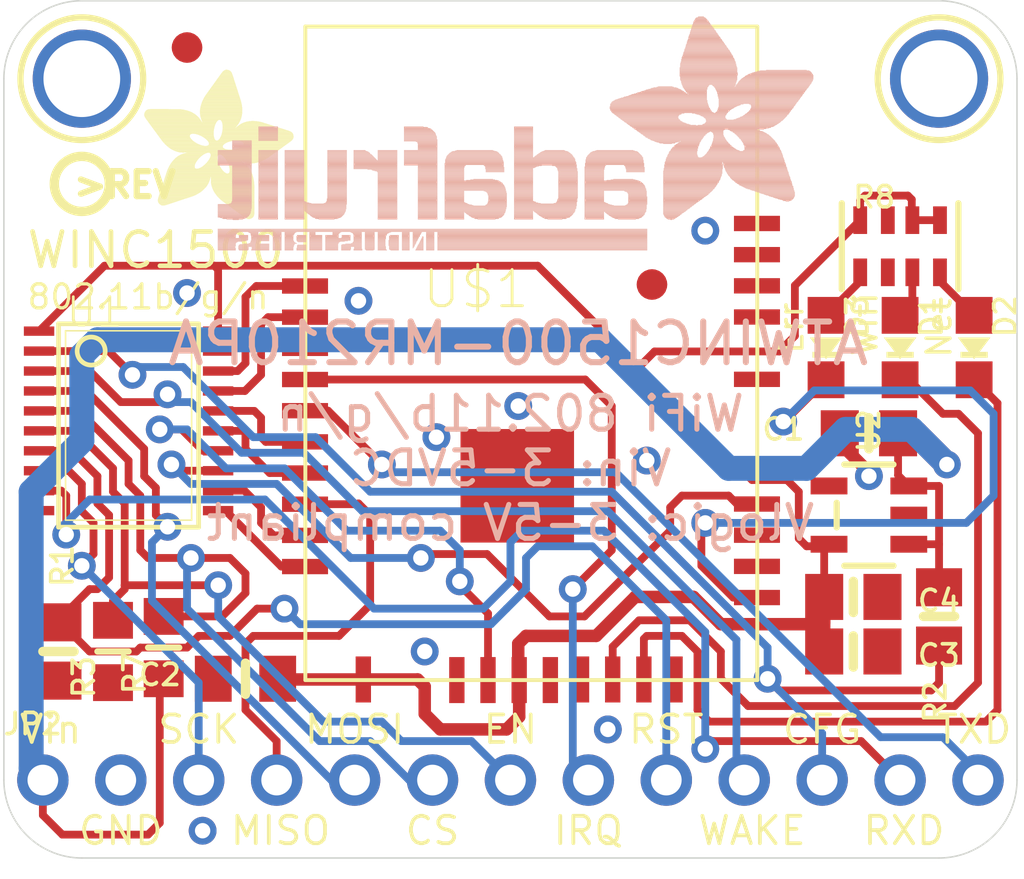
<source format=kicad_pcb>
(kicad_pcb (version 20211014) (generator pcbnew)
  (layers (0 "F.Cu" signal) (31 "B.Cu" signal) (34 "B.Paste" user) (35 "F.Paste" user) (36 "B.SilkS" user "B.Silkscreen") (37 "F.SilkS" user "F.Silkscreen") (38 "B.Mask" user) (39 "F.Mask" user) (44 "Edge.Cuts" user))
  (net 0 "")
  (net 1 "GND")
  (net 2 "MOSI_3V")
  (net 3 "CS_3V")
  (net 4 "SCK_3V")
  (net 5 "RXD_3V")
  (net 6 "RST_3V")
  (net 7 "+3V3")
  (net 8 "TXD")
  (net 9 "~{IRQ}")
  (net 10 "MISO")
  (net 11 "EN_3V")
  (net 12 "EN_5V")
  (net 13 "MOSI_5V")
  (net 14 "CS_5V")
  (net 15 "SCK_5V")
  (net 16 "RXD_5V")
  (net 17 "RST_5V")
  (net 18 "CFG_3V")
  (net 19 "WAKE_3V")
  (net 20 "CFG_5V")
  (net 21 "WAKE_5V")
  (net 22 "+5V")
  (net 23 "GPIO15")
  (net 24 "GPIO16")
  (net 25 "GPIO18")
  (net 26 "N$4")
  (net 27 "N$5")
  (net 28 "N$6")
  (footprint "boardEagle:0805-NO" (layer "F.Cu") (at 159.6771 112.2426)
    (fp_text reference "C3" (at 2.032 0.127) (layer "F.SilkS") (effects (font (size 0.692831 0.692831) (thickness 0.119969)) (justify left)))
    (fp_text value "10uF")
    (pad "1" smd rect (at -0.95 0) (size 1.24 1.5) (layers "F.Cu" "F.Paste" "F.Mask") (net 7 "+3V3"))
    (pad "2" smd rect (at 0.95 0) (size 1.24 1.5) (layers "F.Cu" "F.Paste" "F.Mask") (net 1 "GND"))
  )
  (footprint "boardEagle:1X13_ROUND_70" (layer "F.Cu") (at 148.5011 116.4336)
    (fp_text reference "JP2" (at -16.5862 -1.8288) (layer "F.SilkS") (effects (font (size 0.692831 0.692831) (thickness 0.119969)) (justify left)))
    (fp_text value "")
    (pad "1" thru_hole circle (at -15.24 0 90) (size 1.6764 1.6764) (drill 1) (layers *.Cu *.Mask) (net 22 "+5V"))
    (pad "2" thru_hole circle (at -12.7 0 90) (size 1.6764 1.6764) (drill 1) (layers *.Cu *.Mask) (net 1 "GND"))
    (pad "3" thru_hole circle (at -10.16 0 90) (size 1.6764 1.6764) (drill 1) (layers *.Cu *.Mask) (net 15 "SCK_5V"))
    (pad "4" thru_hole circle (at -7.62 0 90) (size 1.6764 1.6764) (drill 1) (layers *.Cu *.Mask) (net 10 "MISO"))
    (pad "5" thru_hole circle (at -5.08 0 90) (size 1.6764 1.6764) (drill 1) (layers *.Cu *.Mask) (net 13 "MOSI_5V"))
    (pad "6" thru_hole circle (at -2.54 0 90) (size 1.6764 1.6764) (drill 1) (layers *.Cu *.Mask) (net 14 "CS_5V"))
    (pad "7" thru_hole circle (at 0 0 90) (size 1.6764 1.6764) (drill 1) (layers *.Cu *.Mask) (net 12 "EN_5V"))
    (pad "8" thru_hole circle (at 2.54 0 90) (size 1.6764 1.6764) (drill 1) (layers *.Cu *.Mask) (net 9 "~{IRQ}"))
    (pad "9" thru_hole circle (at 5.08 0 90) (size 1.6764 1.6764) (drill 1) (layers *.Cu *.Mask) (net 17 "RST_5V"))
    (pad "10" thru_hole circle (at 7.62 0 90) (size 1.6764 1.6764) (drill 1) (layers *.Cu *.Mask) (net 21 "WAKE_5V"))
    (pad "11" thru_hole circle (at 10.16 0 90) (size 1.6764 1.6764) (drill 1) (layers *.Cu *.Mask) (net 20 "CFG_5V"))
    (pad "12" thru_hole circle (at 12.7 0 90) (size 1.6764 1.6764) (drill 1) (layers *.Cu *.Mask) (net 16 "RXD_5V"))
    (pad "13" thru_hole circle (at 15.24 0 90) (size 1.6764 1.6764) (drill 1) (layers *.Cu *.Mask) (net 8 "TXD"))
  )
  (footprint "boardEagle:MOUNTINGHOLE_2.5_PLATED" (layer "F.Cu") (at 134.5311 93.5736)
    (fp_text reference "U$2" hide)
    (fp_text value "MOUNTINGHOLE2.5" hide)
    (pad "P$1" thru_hole circle (at 0 0) (size 3.2 3.2) (drill 2.5) (layers *.Cu *.Mask))
  )
  (footprint "boardEagle:_0805MP" (layer "F.Cu") (at 137.1981 112.1156 90)
    (fp_text reference "R7" (at -1.5875 -0.9525 90) (layer "F.SilkS") (effects (font (size 0.692831 0.692831) (thickness 0.119969)) (justify left)))
    (fp_text value "100K")
    (pad "1" smd rect (at -1.016 0 90) (size 1.2 1.3) (layers "F.Cu" "F.Paste" "F.Mask") (net 22 "+5V"))
    (pad "2" smd rect (at 1.016 0 90) (size 1.2 1.3) (layers "F.Cu" "F.Paste" "F.Mask") (net 14 "CS_5V"))
  )
  (footprint "boardEagle:CHIPLED_0805_NOOUTLINE" (layer "F.Cu") (at 161.2011 102.3366 180)
    (fp_text reference "D1" (at -1.016 1.778 90) (layer "F.SilkS") (effects (font (size 0.692831 0.692831) (thickness 0.119969)) (justify right)))
    (fp_text value "green")
    (pad "A" smd rect (at 0 1.05 180) (size 1.2 1.2) (layers "F.Cu" "F.Paste" "F.Mask") (net 28 "N$6"))
    (pad "C" smd rect (at 0 -1.05 180) (size 1.2 1.2) (layers "F.Cu" "F.Paste" "F.Mask") (net 23 "GPIO15"))
  )
  (footprint "boardEagle:CHIPLED_0805_NOOUTLINE" (layer "F.Cu") (at 158.7881 102.3366 180)
    (fp_text reference "D3" (at -1.016 1.778 90) (layer "F.SilkS") (effects (font (size 0.692831 0.692831) (thickness 0.119969)) (justify right)))
    (fp_text value "Red")
    (pad "A" smd rect (at 0 1.05 180) (size 1.2 1.2) (layers "F.Cu" "F.Paste" "F.Mask") (net 26 "N$4"))
    (pad "C" smd rect (at 0 -1.05 180) (size 1.2 1.2) (layers "F.Cu" "F.Paste" "F.Mask") (net 25 "GPIO18"))
  )
  (footprint "boardEagle:RESPACK_4X0603" (layer "F.Cu") (at 161.2011 99.0346)
    (fp_text reference "R8" (at -1.6 -1.6) (layer "F.SilkS") (effects (font (size 0.692831 0.692831) (thickness 0.119969)) (justify left)))
    (fp_text value "1K")
    (pad "1" smd rect (at -1.3 0.85) (size 0.45 0.9) (layers "F.Cu" "F.Paste" "F.Mask") (net 26 "N$4"))
    (pad "2" smd rect (at -0.4 0.85) (size 0.45 0.9) (layers "F.Cu" "F.Paste" "F.Mask"))
    (pad "3" smd rect (at 0.4 0.85) (size 0.45 0.9) (layers "F.Cu" "F.Paste" "F.Mask") (net 28 "N$6"))
    (pad "4" smd rect (at 1.3 0.85) (size 0.45 0.9) (layers "F.Cu" "F.Paste" "F.Mask") (net 27 "N$5"))
    (pad "5" smd rect (at 1.3 -0.85) (size 0.45 0.9) (layers "F.Cu" "F.Paste" "F.Mask") (net 7 "+3V3"))
    (pad "6" smd rect (at 0.4 -0.85) (size 0.45 0.9) (layers "F.Cu" "F.Paste" "F.Mask") (net 7 "+3V3"))
    (pad "7" smd rect (at -0.4 -0.85) (size 0.45 0.9) (layers "F.Cu" "F.Paste" "F.Mask"))
    (pad "8" smd rect (at -1.3 -0.85) (size 0.45 0.9) (layers "F.Cu" "F.Paste" "F.Mask") (net 7 "+3V3"))
  )
  (footprint "boardEagle:_0805MP" (layer "F.Cu") (at 135.5471 112.2426 90)
    (fp_text reference "R3" (at -1.5875 -0.9525 90) (layer "F.SilkS") (effects (font (size 0.692831 0.692831) (thickness 0.119969)) (justify left)))
    (fp_text value "100K")
    (pad "1" smd rect (at -1.016 0 90) (size 1.2 1.3) (layers "F.Cu" "F.Paste" "F.Mask") (net 1 "GND"))
    (pad "2" smd rect (at 1.016 0 90) (size 1.2 1.3) (layers "F.Cu" "F.Paste" "F.Mask") (net 12 "EN_5V"))
  )
  (footprint "boardEagle:TSSOP20" (layer "F.Cu") (at 136.0551 104.8766 -90)
    (fp_text reference "U1" (at -3.6956 2.0828) (layer "F.SilkS") (effects (font (size 0.92456 0.92456) (thickness 0.09144)) (justify left)))
    (fp_text value "74LVC245")
    (pad "1" smd rect (at -3.075 2.9178 270) (size 0.3048 0.9906) (layers "F.Cu" "F.Paste" "F.Mask") (net 7 "+3V3"))
    (pad "2" smd rect (at -2.425 2.9178 270) (size 0.3048 0.9906) (layers "F.Cu" "F.Paste" "F.Mask") (net 20 "CFG_5V"))
    (pad "3" smd rect (at -1.775 2.9178 270) (size 0.3048 0.9906) (layers "F.Cu" "F.Paste" "F.Mask") (net 21 "WAKE_5V"))
    (pad "4" smd rect (at -1.125 2.9178 270) (size 0.3048 0.9906) (layers "F.Cu" "F.Paste" "F.Mask") (net 13 "MOSI_5V"))
    (pad "5" smd rect (at -0.475 2.9178 270) (size 0.3048 0.9906) (layers "F.Cu" "F.Paste" "F.Mask") (net 14 "CS_5V"))
    (pad "6" smd rect (at 0.175 2.9178 270) (size 0.3048 0.9906) (layers "F.Cu" "F.Paste" "F.Mask") (net 12 "EN_5V"))
    (pad "7" smd rect (at 0.825 2.9178 270) (size 0.3048 0.9906) (layers "F.Cu" "F.Paste" "F.Mask") (net 17 "RST_5V"))
    (pad "8" smd rect (at 1.475 2.9178 270) (size 0.3048 0.9906) (layers "F.Cu" "F.Paste" "F.Mask") (net 15 "SCK_5V"))
    (pad "9" smd rect (at 2.125 2.9178 270) (size 0.3048 0.9906) (layers "F.Cu" "F.Paste" "F.Mask") (net 16 "RXD_5V"))
    (pad "10" smd rect (at 2.775 2.9178 270) (size 0.3048 0.9906) (layers "F.Cu" "F.Paste" "F.Mask") (net 1 "GND"))
    (pad "11" smd rect (at 2.775 -2.9178 270) (size 0.3048 0.9906) (layers "F.Cu" "F.Paste" "F.Mask") (net 5 "RXD_3V"))
    (pad "12" smd rect (at 2.125 -2.9178 270) (size 0.3048 0.9906) (layers "F.Cu" "F.Paste" "F.Mask") (net 4 "SCK_3V"))
    (pad "13" smd rect (at 1.475 -2.9178 270) (size 0.3048 0.9906) (layers "F.Cu" "F.Paste" "F.Mask") (net 6 "RST_3V"))
    (pad "14" smd rect (at 0.825 -2.9178 270) (size 0.3048 0.9906) (layers "F.Cu" "F.Paste" "F.Mask") (net 11 "EN_3V"))
    (pad "15" smd rect (at 0.175 -2.9178 270) (size 0.3048 0.9906) (layers "F.Cu" "F.Paste" "F.Mask") (net 3 "CS_3V"))
    (pad "16" smd rect (at -0.475 -2.9178 270) (size 0.3048 0.9906) (layers "F.Cu" "F.Paste" "F.Mask") (net 2 "MOSI_3V"))
    (pad "17" smd rect (at -1.125 -2.9178 270) (size 0.3048 0.9906) (layers "F.Cu" "F.Paste" "F.Mask") (net 19 "WAKE_3V"))
    (pad "18" smd rect (at -1.775 -2.9178 270) (size 0.3048 0.9906) (layers "F.Cu" "F.Paste" "F.Mask") (net 18 "CFG_3V"))
    (pad "19" smd rect (at -2.425 -2.9178 270) (size 0.3048 0.9906) (layers "F.Cu" "F.Paste" "F.Mask") (net 1 "GND"))
    (pad "20" smd rect (at -3.075 -2.9178 270) (size 0.3048 0.9906) (layers "F.Cu" "F.Paste" "F.Mask") (net 7 "+3V3"))
  )
  (footprint "boardEagle:ATWINC1500_MR210PA" (layer "F.Cu") (at 149.3901 105.5116)
    (fp_text reference "U$1" (at -3.81 -5.08) (layer "F.SilkS") (effects (font (size 1.176528 1.176528) (thickness 0.093472)) (justify left)))
    (fp_text value "ATWINC1500_MR210PB")
    (pad "J1" smd rect (at 7.146 4.973) (size 1.5 0.5) (layers "F.Cu" "F.Paste" "F.Mask") (net 25 "GPIO18"))
    (pad "J2" smd rect (at 7.146 3.957) (size 1.5 0.5) (layers "F.Cu" "F.Paste" "F.Mask"))
    (pad "J3" smd rect (at 7.146 2.941) (size 1.5 0.5) (layers "F.Cu" "F.Paste" "F.Mask"))
    (pad "J4" smd rect (at 7.146 1.925) (size 1.5 0.5) (layers "F.Cu" "F.Paste" "F.Mask") (net 6 "RST_3V"))
    (pad "J5" smd rect (at 7.146 -2.139) (size 1.5 0.5) (layers "F.Cu" "F.Paste" "F.Mask"))
    (pad "J6" smd rect (at 7.146 -4.171) (size 1.5 0.5) (layers "F.Cu" "F.Paste" "F.Mask"))
    (pad "J7" smd rect (at 7.146 -5.187) (size 1.5 0.5) (layers "F.Cu" "F.Paste" "F.Mask"))
    (pad "J8" smd rect (at 7.146 -6.203) (size 1.5 0.5) (layers "F.Cu" "F.Paste" "F.Mask"))
    (pad "J9" smd rect (at 7.146 -7.219) (size 1.5 0.5) (layers "F.Cu" "F.Paste" "F.Mask") (net 1 "GND"))
    (pad "J10" smd rect (at -7.584 -5.181 180) (size 1.5 0.5) (layers "F.Cu" "F.Paste" "F.Mask") (net 18 "CFG_3V"))
    (pad "J11" smd rect (at -7.584 -4.165 180) (size 1.5 0.5) (layers "F.Cu" "F.Paste" "F.Mask") (net 19 "WAKE_3V"))
    (pad "J12" smd rect (at -7.584 -3.149 180) (size 1.5 0.5) (layers "F.Cu" "F.Paste" "F.Mask") (net 1 "GND"))
    (pad "J13" smd rect (at -7.584 -2.133 180) (size 1.5 0.5) (layers "F.Cu" "F.Paste" "F.Mask") (net 9 "~{IRQ}"))
    (pad "J14" smd rect (at -7.584 -1.117 180) (size 1.5 0.5) (layers "F.Cu" "F.Paste" "F.Mask") (net 8 "TXD"))
    (pad "J15" smd rect (at -7.584 -0.101 180) (size 1.5 0.5) (layers "F.Cu" "F.Paste" "F.Mask") (net 2 "MOSI_3V"))
    (pad "J16" smd rect (at -7.584 0.915 180) (size 1.5 0.5) (layers "F.Cu" "F.Paste" "F.Mask") (net 3 "CS_3V"))
    (pad "J17" smd rect (at -7.584 1.931 180) (size 1.5 0.5) (layers "F.Cu" "F.Paste" "F.Mask") (net 10 "MISO"))
    (pad "J18" smd rect (at -7.584 2.947 180) (size 1.5 0.5) (layers "F.Cu" "F.Paste" "F.Mask") (net 4 "SCK_3V"))
    (pad "J19" smd rect (at -7.584 3.963 180) (size 1.5 0.5) (layers "F.Cu" "F.Paste" "F.Mask") (net 5 "RXD_3V"))
    (pad "J20" smd rect (at -5.684 7.643 90) (size 1.5 0.5) (layers "F.Cu" "F.Paste" "F.Mask") (net 7 "+3V3"))
    (pad "J21" smd rect (at -2.636 7.663 90) (size 1.5 0.5) (layers "F.Cu" "F.Paste" "F.Mask"))
    (pad "J22" smd rect (at -1.62 7.663 90) (size 1.5 0.5) (layers "F.Cu" "F.Paste" "F.Mask") (net 11 "EN_3V"))
    (pad "J23" smd rect (at -0.604 7.663 90) (size 1.5 0.5) (layers "F.Cu" "F.Paste" "F.Mask") (net 7 "+3V3"))
    (pad "J24" smd rect (at 0.412 7.663 90) (size 1.5 0.5) (layers "F.Cu" "F.Paste" "F.Mask"))
    (pad "J25" smd rect (at 1.428 7.643 90) (size 1.5 0.5) (layers "F.Cu" "F.Paste" "F.Mask"))
    (pad "J26" smd rect (at 2.444 7.643 90) (size 1.5 0.5) (layers "F.Cu" "F.Paste" "F.Mask") (net 23 "GPIO15"))
    (pad "J27" smd rect (at 3.46 7.643 90) (size 1.5 0.5) (layers "F.Cu" "F.Paste" "F.Mask") (net 24 "GPIO16"))
    (pad "J28" smd rect (at 4.476 7.643 90) (size 1.5 0.5) (layers "F.Cu" "F.Paste" "F.Mask") (net 1 "GND"))
    (pad "MTGND" smd rect (at -0.666 1.331 90) (size 3.7 3.7) (layers "F.Cu" "F.Paste" "F.Mask") (net 1 "GND"))
  )
  (footprint "boardEagle:0805-NO" (layer "F.Cu") (at 133.7691 112.2426 90)
    (fp_text reference "R1" (at 2.032 0.127 90) (layer "F.SilkS") (effects (font (size 0.692831 0.692831) (thickness 0.119969)) (justify left)))
    (fp_text value "100K")
    (pad "1" smd rect (at -0.95 0 90) (size 1.24 1.5) (layers "F.Cu" "F.Paste" "F.Mask") (net 1 "GND"))
    (pad "2" smd rect (at 0.95 0 90) (size 1.24 1.5) (layers "F.Cu" "F.Paste" "F.Mask") (net 17 "RST_5V"))
  )
  (footprint "boardEagle:MOUNTINGHOLE_2.5_PLATED" (layer "F.Cu") (at 162.4711 93.5736)
    (fp_text reference "U$3" hide)
    (fp_text value "MOUNTINGHOLE2.5" hide)
    (pad "P$1" thru_hole circle (at 0 0) (size 3.2 3.2) (drill 2.5) (layers *.Cu *.Mask))
  )
  (footprint "boardEagle:FIDUCIAL_1MM" (layer "F.Cu") (at 153.1141 100.2816)
    (fp_text reference "FID2" hide)
    (fp_text value "FIDUCIAL\"\"" hide)
    (pad "1" smd roundrect (at 0 0) (size 1 1) (layers "F.Cu" "F.Mask") (roundrect_rratio 0.5))
  )
  (footprint "boardEagle:PCBFEAT-REV-040" (layer "F.Cu") (at 134.5311 97.0026)
    (fp_text reference "U$5" hide)
    (fp_text value "" hide)
    (fp_text user ">REV" (at -0.3556 0.508) (layer "F.SilkS") (effects (font (size 0.8128 0.8128) (thickness 0.2032)) (justify left bottom)))
  )
  (footprint "boardEagle:ADAFRUIT_5MM" (layer "F.Cu") (at 136.5631 98.1456)
    (fp_text reference "U$4" hide)
    (fp_text value "" hide)
  )
  (footprint "boardEagle:CHIPLED_0805_NOOUTLINE" (layer "F.Cu") (at 163.6141 102.3366 180)
    (fp_text reference "D2" (at -1.016 1.778 90) (layer "F.SilkS") (effects (font (size 0.692831 0.692831) (thickness 0.119969)) (justify right)))
    (fp_text value "Yellow")
    (pad "A" smd rect (at 0 1.05 180) (size 1.2 1.2) (layers "F.Cu" "F.Paste" "F.Mask") (net 27 "N$5"))
    (pad "C" smd rect (at 0 -1.05 180) (size 1.2 1.2) (layers "F.Cu" "F.Paste" "F.Mask") (net 24 "GPIO16"))
  )
  (footprint "boardEagle:0805_10MGAP" (layer "F.Cu") (at 139.8651 113.1316 180)
    (fp_text reference "C2" (at 2.032 0.127) (layer "F.SilkS") (effects (font (size 0.692831 0.692831) (thickness 0.119969)) (justify right)))
    (fp_text value "10uF")
    (pad "1" smd rect (at -1.05 0 180) (size 1.2 1.5) (layers "F.Cu" "F.Paste" "F.Mask") (net 7 "+3V3"))
    (pad "2" smd rect (at 1.05 0 180) (size 1.2 1.5) (layers "F.Cu" "F.Paste" "F.Mask") (net 1 "GND"))
  )
  (footprint "boardEagle:0805-NO" (layer "F.Cu") (at 159.6771 110.4646)
    (fp_text reference "C4" (at 2.032 0.127) (layer "F.SilkS") (effects (font (size 0.692831 0.692831) (thickness 0.119969)) (justify left)))
    (fp_text value "0.1uF")
    (pad "1" smd rect (at -0.95 0) (size 1.24 1.5) (layers "F.Cu" "F.Paste" "F.Mask") (net 7 "+3V3"))
    (pad "2" smd rect (at 0.95 0) (size 1.24 1.5) (layers "F.Cu" "F.Paste" "F.Mask") (net 1 "GND"))
  )
  (footprint "boardEagle:0805-NO" (layer "F.Cu") (at 162.4711 111.0996 -90)
    (fp_text reference "R2" (at 2.032 0.127 90) (layer "F.SilkS") (effects (font (size 0.692831 0.692831) (thickness 0.119969)) (justify right)))
    (fp_text value "100K")
    (pad "1" smd rect (at -0.95 0 270) (size 1.24 1.5) (layers "F.Cu" "F.Paste" "F.Mask") (net 22 "+5V"))
    (pad "2" smd rect (at 0.95 0 270) (size 1.24 1.5) (layers "F.Cu" "F.Paste" "F.Mask") (net 20 "CFG_5V"))
  )
  (footprint "boardEagle:0805-NO" (layer "F.Cu") (at 160.1851 105.1306 180)
    (fp_text reference "C1" (at 2.032 0.127) (layer "F.SilkS") (effects (font (size 0.692831 0.692831) (thickness 0.119969)) (justify right)))
    (fp_text value "10uF")
    (pad "1" smd rect (at -0.95 0 180) (size 1.24 1.5) (layers "F.Cu" "F.Paste" "F.Mask") (net 22 "+5V"))
    (pad "2" smd rect (at 0.95 0 180) (size 1.24 1.5) (layers "F.Cu" "F.Paste" "F.Mask") (net 1 "GND"))
  )
  (footprint "boardEagle:FIDUCIAL_1MM" (layer "F.Cu") (at 137.9601 92.5576)
    (fp_text reference "FID1" hide)
    (fp_text value "FIDUCIAL\"\"" hide)
    (pad "1" smd roundrect (at 0 0) (size 1 1) (layers "F.Cu" "F.Mask") (roundrect_rratio 0.5))
  )
  (footprint "boardEagle:SOT23-5" (layer "F.Cu") (at 160.1851 107.7976 90)
    (fp_text reference "U2" (at 1.978 0 90) (layer "F.SilkS") (effects (font (size 0.692831 0.692831) (thickness 0.119969)) (justify left)))
    (fp_text value "AP2112-3.3")
    (pad "1" smd rect (at -0.95 1.3001 90) (size 0.55 1.2) (layers "F.Cu" "F.Paste" "F.Mask") (net 22 "+5V"))
    (pad "2" smd rect (at 0 1.3001 90) (size 0.55 1.2) (layers "F.Cu" "F.Paste" "F.Mask") (net 1 "GND"))
    (pad "3" smd rect (at 0.95 1.3001 90) (size 0.55 1.2) (layers "F.Cu" "F.Paste" "F.Mask") (net 22 "+5V"))
    (pad "4" smd rect (at 0.95 -1.3001 90) (size 0.55 1.2) (layers "F.Cu" "F.Paste" "F.Mask"))
    (pad "5" smd rect (at -0.95 -1.3001 90) (size 0.55 1.2) (layers "F.Cu" "F.Paste" "F.Mask") (net 7 "+3V3"))
  )
  (footprint "boardEagle:ADAFRUIT_TEXT_20MM" (layer "B.Cu") (at 158.5341 99.1616 180)
    (fp_text reference "U$6" hide)
    (fp_text value "" hide)
  )
  (gr_arc (start 134.5311 118.9736) (mid 132.735049 118.229651) (end 131.9911 116.4336) (layer "Edge.Cuts") (width 0.05))
  (gr_line (start 165.0111 93.5736) (end 165.0111 116.4336) (layer "Edge.Cuts") (width 0.05))
  (gr_line (start 131.9911 116.4336) (end 131.9911 93.5736) (layer "Edge.Cuts") (width 0.05))
  (gr_arc (start 165.0111 116.4336) (mid 164.267151 118.229651) (end 162.4711 118.9736) (layer "Edge.Cuts") (width 0.05))
  (gr_arc (start 131.9911 93.5736) (mid 132.735049 91.777549) (end 134.5311 91.0336) (layer "Edge.Cuts") (width 0.05))
  (gr_line (start 162.4711 118.9736) (end 134.5311 118.9736) (layer "Edge.Cuts") (width 0.05))
  (gr_line (start 134.5311 91.0336) (end 162.4711 91.0336) (layer "Edge.Cuts") (width 0.05))
  (gr_arc (start 162.4711 91.0336) (mid 164.267151 91.777549) (end 165.0111 93.5736) (layer "Edge.Cuts") (width 0.05))
  (gr_text "ATWINC1500-MR210PA" (at 148.7551 102.2096) (layer "B.SilkS") (effects (font (size 1.32588 1.32588) (thickness 0.19812)) (justify mirror)))
  (gr_text "WiFi 802.11b/g/n\nVin: 3-5VDC\nVlogic: 3-5V compliant" (at 148.5011 106.2736) (layer "B.SilkS") (effects (font (size 1.1049 1.1049) (thickness 0.1651)) (justify mirror)))
  (gr_text "WINC1500" (at 136.9441 99.1616) (layer "F.SilkS") (effects (font (size 1.1176 1.1176) (thickness 0.1524))))
  (gr_text "Err" (at 157.6451 101.7016 90) (layer "F.SilkS") (effects (font (size 0.77343 0.77343) (thickness 0.11557))))
  (gr_text "802.11b/g/n" (at 136.6901 100.6856) (layer "F.SilkS") (effects (font (size 0.78232 0.78232) (thickness 0.10668))))
  (gr_text "RXD" (at 161.3281 118.0846) (layer "F.SilkS") (effects (font (size 0.89408 0.89408) (thickness 0.12192))))
  (gr_text "CFG" (at 158.6611 114.7826) (layer "F.SilkS") (effects (font (size 0.89408 0.89408) (thickness 0.12192))))
  (gr_text "TXD" (at 163.6141 114.7826) (layer "F.SilkS") (effects (font (size 0.89408 0.89408) (thickness 0.12192))))
  (gr_text "WAKE" (at 156.3751 118.0846) (layer "F.SilkS") (effects (font (size 0.89408 0.89408) (thickness 0.12192))))
  (gr_text "IRQ" (at 151.0411 118.0846) (layer "F.SilkS") (effects (font (size 0.89408 0.89408) (thickness 0.12192))))
  (gr_text "EN" (at 148.5011 114.7826) (layer "F.SilkS") (effects (font (size 0.89408 0.89408) (thickness 0.12192))))
  (gr_text "Wifi" (at 160.0581 101.5746 90) (layer "F.SilkS") (effects (font (size 0.77343 0.77343) (thickness 0.11557))))
  (gr_text "MOSI" (at 143.4211 114.7826) (layer "F.SilkS") (effects (font (size 0.89408 0.89408) (thickness 0.12192))))
  (gr_text "Net" (at 162.4711 101.7016 90) (layer "F.SilkS") (effects (font (size 0.77343 0.77343) (thickness 0.11557))))
  (gr_text "RST" (at 153.5811 114.7826) (layer "F.SilkS") (effects (font (size 0.89408 0.89408) (thickness 0.12192))))
  (gr_text "Vin" (at 133.5151 114.7826) (layer "F.SilkS") (effects (font (size 0.89408 0.89408) (thickness 0.12192))))
  (gr_text "MISO" (at 141.0081 118.0846) (layer "F.SilkS") (effects (font (size 0.89408 0.89408) (thickness 0.12192))))
  (gr_text "GND" (at 135.8011 118.0846) (layer "F.SilkS") (effects (font (size 0.89408 0.89408) (thickness 0.12192))))
  (gr_text "CS" (at 145.9611 118.0846) (layer "F.SilkS") (effects (font (size 0.89408 0.89408) (thickness 0.12192))))
  (gr_text "SCK" (at 138.3411 114.7826) (layer "F.SilkS") (effects (font (size 0.89408 0.89408) (thickness 0.12192))))
  (segment (start 159.2351 105.1306) (end 159.2351 105.4506) (width 0.4064) (layer "F.Cu") (net 1))
  (segment (start 159.2351 105.4506) (end 160.1851 106.4006) (width 0.4064) (layer "F.Cu") (net 1))
  (via (at 160.1851 106.5276) (size 0.9064) (drill 0.5) (layers "F.Cu" "B.Cu") (net 1))
  (via (at 154.8511 98.5266) (size 0.9064) (drill 0.5) (layers "F.Cu" "B.Cu") (net 1))
  (via (at 143.5481 100.8126) (size 0.9064) (drill 0.5) (layers "F.Cu" "B.Cu") (net 1))
  (via (at 146.0881 105.2576) (size 0.9064) (drill 0.5) (layers "F.Cu" "B.Cu") (net 1))
  (via (at 148.7551 104.2416) (size 0.9064) (drill 0.5) (layers "F.Cu" "B.Cu") (net 1))
  (via (at 152.9461 106.0196) (size 0.9064) (drill 0.5) (layers "F.Cu" "B.Cu") (net 1))
  (via (at 151.6761 114.7826) (size 0.9064) (drill 0.5) (layers "F.Cu" "B.Cu") (net 1))
  (via (at 137.9601 100.5586) (size 0.9064) (drill 0.5) (layers "F.Cu" "B.Cu") (net 1))
  (via (at 145.7071 112.2426) (size 0.9064) (drill 0.5) (layers "F.Cu" "B.Cu") (net 1))
  (via (at 138.4681 118.0846) (size 0.9064) (drill 0.5) (layers "F.Cu" "B.Cu") (net 1))
  (segment (start 140.3731 104.6226) (end 140.3731 105.2576) (width 0.254) (layer "F.Cu") (net 2))
  (segment (start 140.1521 104.4016) (end 138.9729 104.4016) (width 0.254) (layer "F.Cu") (net 2))
  (segment (start 140.1521 104.4016) (end 140.3731 104.6226) (width 0.254) (layer "F.Cu") (net 2))
  (segment (start 140.5261 105.4106) (end 141.8061 105.4106) (width 0.254) (layer "F.Cu") (net 2))
  (segment (start 140.3731 105.2576) (end 140.5261 105.4106) (width 0.254) (layer "F.Cu") (net 2))
  (segment (start 139.7861 105.0516) (end 138.9729 105.0516) (width 0.254) (layer "F.Cu") (net 3))
  (segment (start 140.6531 106.4266) (end 141.8061 106.4266) (width 0.254) (layer "F.Cu") (net 3))
  (segment (start 139.8651 105.1306) (end 139.8651 105.6386) (width 0.254) (layer "F.Cu") (net 3))
  (segment (start 139.8651 105.1306) (end 139.7861 105.0516) (width 0.254) (layer "F.Cu") (net 3))
  (segment (start 139.8651 105.6386) (end 140.6531 106.4266) (width 0.254) (layer "F.Cu") (net 3))
  (segment (start 140.7801 108.4586) (end 141.8061 108.4586) (width 0.254) (layer "F.Cu") (net 4))
  (segment (start 139.8311 107.0016) (end 140.3731 107.5436) (width 0.254) (layer "F.Cu") (net 4))
  (segment (start 140.3731 108.0516) (end 140.7801 108.4586) (width 0.254) (layer "F.Cu") (net 4))
  (segment (start 140.3731 107.5436) (end 140.3731 108.0516) (width 0.254) (layer "F.Cu") (net 4))
  (segment (start 138.9729 107.0016) (end 139.8311 107.0016) (width 0.254) (layer "F.Cu") (net 4))
  (segment (start 139.2111 107.6516) (end 141.0341 109.4746) (width 0.254) (layer "F.Cu") (net 5))
  (segment (start 141.0341 109.4746) (end 141.8061 109.4746) (width 0.254) (layer "F.Cu") (net 5))
  (segment (start 138.9729 107.6516) (end 139.2111 107.6516) (width 0.254) (layer "F.Cu") (net 5))
  (segment (start 155.8871 107.4366) (end 156.5361 107.4366) (width 0.254) (layer "F.Cu") (net 6))
  (segment (start 137.6571 106.3516) (end 137.4521 106.1466) (width 0.254) (layer "F.Cu") (net 6))
  (segment (start 153.7081 107.5436) (end 154.0891 107.1626) (width 0.254) (layer "F.Cu") (net 6))
  (segment (start 147.7391 109.0676) (end 149.7711 111.0996) (width 0.254) (layer "F.Cu") (net 6))
  (segment (start 154.0891 107.1626) (end 155.6131 107.1626) (width 0.254) (layer "F.Cu") (net 6))
  (segment (start 155.6131 107.1626) (end 155.8871 107.4366) (width 0.254) (layer "F.Cu") (net 6))
  (segment (start 153.7081 108.3056) (end 153.7081 107.5436) (width 0.254) (layer "F.Cu") (net 6))
  (segment (start 145.7071 109.0676) (end 145.5801 109.1946) (width 0.254) (layer "F.Cu") (net 6))
  (segment (start 138.9729 106.3516) (end 137.6571 106.3516) (width 0.254) (layer "F.Cu") (net 6))
  (segment (start 150.9141 111.0996) (end 153.7081 108.3056) (width 0.254) (layer "F.Cu") (net 6))
  (segment (start 149.7711 111.0996) (end 150.9141 111.0996) (width 0.254) (layer "F.Cu") (net 6))
  (segment (start 147.7391 109.0676) (end 145.7071 109.0676) (width 0.254) (layer "F.Cu") (net 6))
  (via (at 137.4521 106.1466) (size 0.9064) (drill 0.5) (layers "F.Cu" "B.Cu") (net 6))
  (via (at 145.5801 109.1946) (size 0.9064) (drill 0.5) (layers "F.Cu" "B.Cu") (net 6))
  (segment (start 143.2941 109.1946) (end 145.5801 109.1946) (width 0.254) (layer "B.Cu") (net 6))
  (segment (start 138.0871 106.7816) (end 140.8811 106.7816) (width 0.254) (layer "B.Cu") (net 6))
  (segment (start 140.8811 106.7816) (end 143.2941 109.1946) (width 0.254) (layer "B.Cu") (net 6))
  (segment (start 138.0871 106.7816) (end 137.4521 106.1466) (width 0.254) (layer "B.Cu") (net 6))
  (segment (start 133.1373 101.8016) (end 135.2693 99.6696) (width 0.254) (layer "F.Cu") (net 7))
  (segment (start 157.8991 107.0356) (end 157.8991 108.5596) (width 0.254) (layer "F.Cu") (net 7))
  (segment (start 138.9729 99.7934) (end 138.8491 99.6696) (width 0.254) (layer "F.Cu") (net 7))
  (segment (start 153.2001 102.4636) (end 152.6921 102.9716) (width 0.254) (layer "F.Cu") (net 7))
  (segment (start 158.819 108.8136) (end 158.885 108.7476) (width 0.254) (layer "F.Cu") (net 7))
  (segment (start 161.4551 97.3836) (end 160.0581 97.3836) (width 0.254) (layer "F.Cu") (net 7))
  (segment (start 154.4701 110.4646) (end 155.3591 111.3536) (width 0.4064) (layer "F.Cu") (net 7))
  (segment (start 151.2951 111.7346) (end 152.5651 110.4646) (width 0.4064) (layer "F.Cu") (net 7))
  (segment (start 158.6611 111.3536) (end 158.7271 111.2876) (width 0.4064) (layer "F.Cu") (net 7))
  (segment (start 140.9151 113.1316) (end 140.9381 113.1546) (width 0.4064) (layer "F.Cu") (net 7))
  (segment (start 145.7071 113.3856) (end 145.7071 114.2746) (width 0.4064) (layer "F.Cu") (net 7))
  (segment (start 146.2151 114.7826) (end 148.3741 114.7826) (width 0.4064) (layer "F.Cu") (net 7))
  (segment (start 159.9011 98.1846) (end 157.7721 100.3136) (width 0.254) (layer "F.Cu") (net 7))
  (segment (start 148.7861 114.3706) (end 148.3741 114.7826) (width 0.4064) (layer "F.Cu") (net 7))
  (segment (start 148.7861 114.3706) (end 148.7861 113.1746) (width 0.4064) (layer "F.Cu") (net 7))
  (segment (start 156.3751 106.6546) (end 157.5181 106.6546) (width 0.254) (layer "F.Cu") (net 7))
  (segment (start 157.7721 100.3136) (end 157.7721 101.9556) (width 0.254) (layer "F.Cu") (net 7))
  (segment (start 161.6011 98.1846) (end 161.5821 98.1656) (width 0.254) (layer "F.Cu") (net 7))
  (segment (start 138.9729 101.8016) (end 138.9729 99.7934) (width 0.254) (layer "F.Cu") (net 7))
  (segment (start 155.3591 111.3536) (end 158.6611 111.3536) (width 0.4064) (layer "F.Cu") (net 7))
  (segment (start 158.7271 112.2426) (end 158.7271 110.4646) (width 0.4064) (layer "F.Cu") (net 7))
  (segment (start 148.7551 111.9886) (end 148.7551 113.1436) (width 0.4064) (layer "F.Cu") (net 7))
  (segment (start 151.2951 111.7346) (end 149.0091 111.7346) (width 0.4064) (layer "F.Cu") (net 7))
  (segment (start 140.9381 113.1546) (end 143.7061 113.1546) (width 0.4064) (layer "F.Cu") (net 7))
  (segment (start 157.5181 106.6546) (end 157.8991 107.0356) (width 0.254) (layer "F.Cu") (net 7))
  (segment (start 152.5651 110.4646) (end 154.4701 110.4646) (width 0.4064) (layer "F.Cu") (net 7))
  (segment (start 145.4761 113.1546) (end 143.7061 113.1546) (width 0.4064) (layer "F.Cu") (net 7))
  (segment (start 162.5011 98.1846) (end 161.6011 98.1846) (width 0.254) (layer "F.Cu") (net 7))
  (segment (start 157.8991 108.5596) (end 158.1531 108.8136) (width 0.254) (layer "F.Cu") (net 7))
  (segment (start 158.1531 108.8136) (end 158.819 108.8136) (width 0.254) (layer "F.Cu") (net 7))
  (segment (start 149.3901 99.6696) (end 152.6921 102.9716) (width 0.254) (layer "F.Cu") (net 7))
  (segment (start 157.7721 101.9556) (end 157.2641 102.4636) (width 0.254) (layer "F.Cu") (net 7))
  (segment (start 145.7071 114.2746) (end 146.2151 114.7826) (width 0.4064) (layer "F.Cu") (net 7))
  (segment (start 159.9011 97.5406) (end 159.9011 98.1846) (width 0.254) (layer "F.Cu") (net 7))
  (segment (start 158.7271 111.2876) (end 158.7271 110.4646) (width 0.4064) (layer "F.Cu") (net 7))
  (segment (start 149.0091 111.7346) (end 148.7551 111.9886) (width 0.4064) (layer "F.Cu") (net 7))
  (segment (start 152.6921 102.9716) (end 156.3751 106.6546) (width 0.254) (layer "F.Cu") (net 7))
  (segment (start 161.5821 98.1656) (end 161.5821 97.5106) (width 0.254) (layer "F.Cu") (net 7))
  (segment (start 148.7551 113.1436) (end 148.7861 113.1746) (width 0.4064) (layer "F.Cu") (net 7))
  (segment (start 158.7271 108.9055) (end 158.885 108.7476) (width 0.254) (layer "F.Cu") (net 7))
  (segment (start 135.2693 99.6696) (end 138.8491 99.6696) (width 0.254) (layer "F.Cu") (net 7))
  (segment (start 145.4761 113.1546) (end 145.7071 113.3856) (width 0.4064) (layer "F.Cu") (net 7))
  (segment (start 158.7271 110.4646) (end 158.7271 108.9055) (width 0.254) (layer "F.Cu") (net 7))
  (segment (start 161.5821 97.5106) (end 161.4551 97.3836) (width 0.254) (layer "F.Cu") (net 7))
  (segment (start 160.0581 97.3836) (end 159.9011 97.5406) (width 0.254) (layer "F.Cu") (net 7))
  (segment (start 138.8491 99.6696) (end 149.3901 99.6696) (width 0.254) (layer "F.Cu") (net 7))
  (segment (start 157.2641 102.4636) (end 153.2001 102.4636) (width 0.254) (layer "F.Cu") (net 7))
  (segment (start 142.5581 104.3946) (end 141.8061 104.3946) (width 0.254) (layer "F.Cu") (net 8))
  (segment (start 142.5581 104.3946) (end 144.3101 106.1466) (width 0.254) (layer "F.Cu") (net 8))
  (via (at 144.3101 106.1466) (size 0.9064) (drill 0.5) (layers "F.Cu" "B.Cu") (net 8))
  (segment (start 144.5641 106.4006) (end 151.9301 106.4006) (width 0.254) (layer "B.Cu") (net 8))
  (segment (start 160.5661 115.0366) (end 151.9301 106.4006) (width 0.254) (layer "B.Cu") (net 8))
  (segment (start 160.5661 115.0366) (end 162.5981 115.0366) (width 0.254) (layer "B.Cu") (net 8))
  (segment (start 144.3101 106.1466) (end 144.5641 106.4006) (width 0.254) (layer "B.Cu") (net 8))
  (segment (start 163.7411 116.1796) (end 163.7411 116.4336) (width 0.254) (layer "B.Cu") (net 8))
  (segment (start 162.5981 115.0366) (end 163.7411 116.1796) (width 0.254) (layer "B.Cu") (net 8))
  (segment (start 151.8031 104.2416) (end 151.8031 108.9406) (width 0.254) (layer "F.Cu") (net 9))
  (segment (start 141.8061 103.3786) (end 150.9401 103.3786) (width 0.254) (layer "F.Cu") (net 9))
  (segment (start 150.9401 103.3786) (end 151.8031 104.2416) (width 0.254) (layer "F.Cu") (net 9))
  (segment (start 151.8031 108.9406) (end 150.5331 110.2106) (width 0.254) (layer "F.Cu") (net 9))
  (via (at 150.5331 110.2106) (size 0.9064) (drill 0.5) (layers "F.Cu" "B.Cu") (net 9))
  (segment (start 150.5331 115.9256) (end 151.0411 116.4336) (width 0.254) (layer "B.Cu") (net 9))
  (segment (start 150.5331 110.2106) (end 150.5331 115.9256) (width 0.254) (layer "B.Cu") (net 9))
  (segment (start 140.1191 111.7346) (end 142.9131 111.7346) (width 0.254) (layer "F.Cu") (net 10))
  (segment (start 143.5221 107.4426) (end 141.8061 107.4426) (width 0.254) (layer "F.Cu") (net 10))
  (segment (start 139.8651 114.1476) (end 139.8651 111.9886) (width 0.254) (layer "F.Cu") (net 10))
  (segment (start 143.9291 110.7186) (end 143.9291 107.7976) (width 0.254) (layer "F.Cu") (net 10))
  (segment (start 140.8811 116.4336) (end 140.8811 115.1636) (width 0.254) (layer "F.Cu") (net 10))
  (segment (start 139.8651 111.9886) (end 140.1191 111.7346) (width 0.254) (layer "F.Cu") (net 10))
  (segment (start 142.9131 111.7346) (end 143.9291 110.7186) (width 0.254) (layer "F.Cu") (net 10))
  (segment (start 143.5481 107.4166) (end 143.5221 107.4426) (width 0.254) (layer "F.Cu") (net 10))
  (segment (start 140.8811 115.1636) (end 139.8651 114.1476) (width 0.254) (layer "F.Cu") (net 10))
  (segment (start 143.9291 107.7976) (end 143.5481 107.4166) (width 0.254) (layer "F.Cu") (net 10))
  (segment (start 147.7701 111.0036) (end 147.7701 113.1746) (width 0.254) (layer "F.Cu") (net 11))
  (segment (start 138.9729 105.7016) (end 138.4803 105.7016) (width 0.254) (layer "F.Cu") (net 11))
  (segment (start 147.7701 111.0036) (end 146.8501 110.0836) (width 0.254) (layer "F.Cu") (net 11))
  (segment (start 138.4803 105.7016) (end 137.7823 105.0036) (width 0.254) (layer "F.Cu") (net 11))
  (segment (start 146.8501 110.0836) (end 146.8501 109.9566) (width 0.254) (layer "F.Cu") (net 11))
  (segment (start 137.7823 105.0036) (end 137.0711 105.0036) (width 0.254) (layer "F.Cu") (net 11))
  (via (at 146.8501 109.9566) (size 0.9064) (drill 0.5) (layers "F.Cu" "B.Cu") (net 11))
  (via (at 137.0711 105.0036) (size 0.9064) (drill 0.5) (layers "F.Cu" "B.Cu") (net 11))
  (segment (start 139.2301 106.2736) (end 141.1351 106.2736) (width 0.254) (layer "B.Cu") (net 11))
  (segment (start 146.2151 108.3056) (end 146.8501 108.9406) (width 0.254) (layer "B.Cu") (net 11))
  (segment (start 141.1351 106.2736) (end 143.1671 108.3056) (width 0.254) (layer "B.Cu") (net 11))
  (segment (start 137.9601 105.0036) (end 139.2301 106.2736) (width 0.254) (layer "B.Cu") (net 11))
  (segment (start 143.1671 108.3056) (end 146.2151 108.3056) (width 0.254) (layer "B.Cu") (net 11))
  (segment (start 146.8501 108.9406) (end 146.8501 109.9566) (width 0.254) (layer "B.Cu") (net 11))
  (segment (start 137.9601 105.0036) (end 137.0711 105.0036) (width 0.254) (layer "B.Cu") (net 11))
  (segment (start 135.9281 110.0836) (end 135.9281 110.2106) (width 0.254) (layer "F.Cu") (net 12))
  (segment (start 134.3251 105.0516) (end 135.5471 106.2736) (width 0.254) (layer "F.Cu") (net 12))
  (segment (start 135.9281 110.2106) (end 135.5471 110.5916) (width 0.254) (layer "F.Cu") (net 12))
  (segment (start 135.9281 110.0836) (end 138.9761 110.0836) (width 0.254) (layer "F.Cu") (net 12))
  (segment (start 135.5471 107.0356) (end 135.9281 107.4166) (width 0.254) (layer "F.Cu") (net 12))
  (segment (start 135.5471 111.2266) (end 135.5471 110.5916) (width 0.254) (layer "F.Cu") (net 12))
  (segment (start 135.9281 107.4166) (end 135.9281 110.0836) (width 0.254) (layer "F.Cu") (net 12))
  (segment (start 135.5471 106.2736) (end 135.5471 107.0356) (width 0.254) (layer "F.Cu") (net 12))
  (segment (start 133.1373 105.0516) (end 134.3251 105.0516) (width 0.254) (layer "F.Cu") (net 12))
  (via (at 138.9761 110.0836) (size 0.9064) (drill 0.5) (layers "F.Cu" "B.Cu") (net 12))
  (segment (start 144.9451 115.1636) (end 147.2311 115.1636) (width 0.254) (layer "B.Cu") (net 12))
  (segment (start 138.9761 110.0836) (end 138.9761 109.8296) (width 0.254) (layer "B.Cu") (net 12))
  (segment (start 147.2311 115.1636) (end 148.5011 116.4336) (width 0.254) (layer "B.Cu") (net 12))
  (segment (start 138.9761 111.0996) (end 142.4051 114.5286) (width 0.254) (layer "B.Cu") (net 12))
  (segment (start 142.4051 114.5286) (end 144.3101 114.5286) (width 0.254) (layer "B.Cu") (net 12))
  (segment (start 138.9761 110.0836) (end 138.9761 111.0996) (width 0.254) (layer "B.Cu") (net 12))
  (segment (start 144.3101 114.5286) (end 144.9451 115.1636) (width 0.254) (layer "B.Cu") (net 12))
  (segment (start 136.5631 105.6386) (end 136.5631 106.5276) (width 0.254) (layer "F.Cu") (net 13))
  (segment (start 136.5631 106.5276) (end 136.9441 106.9086) (width 0.254) (layer "F.Cu") (net 13))
  (segment (start 134.6761 103.7516) (end 136.5631 105.6386) (width 0.254) (layer "F.Cu") (net 13))
  (segment (start 136.9441 106.9086) (end 136.9441 107.7976) (width 0.254) (layer "F.Cu") (net 13))
  (segment (start 133.1373 103.7516) (end 134.6761 103.7516) (width 0.254) (layer "F.Cu") (net 13))
  (segment (start 136.9441 107.7976) (end 137.3251 108.1786) (width 0.254) (layer "F.Cu") (net 13))
  (via (at 137.3251 108.1786) (size 0.9064) (drill 0.5) (layers "F.Cu" "B.Cu") (net 13))
  (segment (start 142.6591 116.4336) (end 143.4211 116.4336) (width 0.254) (layer "B.Cu") (net 13))
  (segment (start 137.3251 108.1786) (end 136.8171 108.6866) (width 0.254) (layer "B.Cu") (net 13))
  (segment (start 136.8171 110.5916) (end 142.6591 116.4336) (width 0.254) (layer "B.Cu") (net 13))
  (segment (start 136.8171 108.6866) (end 136.8171 110.5916) (width 0.254) (layer "B.Cu") (net 13))
  (segment (start 136.4361 107.1626) (end 136.4361 108.9406) (width 0.254) (layer "F.Cu") (net 14))
  (segment (start 139.8651 109.7026) (end 139.3571 109.1946) (width 0.254) (layer "F.Cu") (net 14))
  (segment (start 137.1981 111.0996) (end 139.1031 111.0996) (width 0.254) (layer "F.Cu") (net 14))
  (segment (start 134.4371 104.4016) (end 136.0551 106.0196) (width 0.254) (layer "F.Cu") (net 14))
  (segment (start 139.8651 110.3376) (end 139.8651 109.7026) (width 0.254) (layer "F.Cu") (net 14))
  (segment (start 136.4361 108.9406) (end 136.6901 109.1946) (width 0.254) (layer "F.Cu") (net 14))
  (segment (start 139.1031 111.0996) (end 139.8651 110.3376) (width 0.254) (layer "F.Cu") (net 14))
  (segment (start 136.6901 109.1946) (end 138.0871 109.1946) (width 0.254) (layer "F.Cu") (net 14))
  (segment (start 136.0551 106.0196) (end 136.0551 106.7816) (width 0.254) (layer "F.Cu") (net 14))
  (segment (start 139.3571 109.1946) (end 138.0871 109.1946) (width 0.254) (layer "F.Cu") (net 14))
  (segment (start 133.1373 104.4016) (end 134.4371 104.4016) (width 0.254) (layer "F.Cu") (net 14))
  (segment (start 136.0551 106.7816) (end 136.4361 107.1626) (width 0.254) (layer "F.Cu") (net 14))
  (via (at 138.0871 109.1946) (size 0.9064) (drill 0.5) (layers "F.Cu" "B.Cu") (net 14))
  (segment (start 137.9601 109.1946) (end 137.9601 110.8456) (width 0.254) (layer "B.Cu") (net 14))
  (segment (start 137.9601 110.8456) (end 142.2781 115.1636) (width 0.254) (layer "B.Cu") (net 14))
  (segment (start 142.2781 115.1636) (end 143.9291 115.1636) (width 0.254) (layer "B.Cu") (net 14))
  (segment (start 145.1991 116.4336) (end 145.9611 116.4336) (width 0.254) (layer "B.Cu") (net 14))
  (segment (start 138.0871 109.1946) (end 137.9601 109.1946) (width 0.254) (layer "B.Cu") (net 14))
  (segment (start 143.9291 115.1636) (end 145.1991 116.4336) (width 0.254) (layer "B.Cu") (net 14))
  (segment (start 134.9121 108.0516) (end 134.9121 109.0676) (width 0.254) (layer "F.Cu") (net 15))
  (segment (start 134.1011 106.3516) (end 134.5311 106.7816) (width 0.254) (layer "F.Cu") (net 15))
  (segment (start 134.9121 109.0676) (end 134.5311 109.4486) (width 0.254) (layer "F.Cu") (net 15))
  (segment (start 134.5311 107.6706) (end 134.9121 108.0516) (width 0.254) (layer "F.Cu") (net 15))
  (segment (start 133.1373 106.3516) (end 134.1011 106.3516) (width 0.254) (layer "F.Cu") (net 15))
  (segment (start 134.5311 106.7816) (end 134.5311 107.6706) (width 0.254) (layer "F.Cu") (net 15))
  (via (at 134.5311 109.4486) (size 0.9064) (drill 0.5) (layers "F.Cu" "B.Cu") (net 15))
  (segment (start 138.3411 113.2586) (end 134.5311 109.4486) (width 0.254) (layer "B.Cu") (net 15))
  (segment (start 138.3411 116.4336) (end 138.3411 113.2586) (width 0.254) (layer "B.Cu") (net 15))
  (segment (start 155.1051 115.1636) (end 154.8511 115.4176) (width 0.254) (layer "F.Cu") (net 16))
  (segment (start 133.8621 107.0016) (end 134.0231 107.1626) (width 0.254) (layer "F.Cu") (net 16))
  (segment (start 161.2011 116.4336) (end 159.9311 115.1636) (width 0.254) (layer "F.Cu") (net 16))
  (segment (start 134.0231 107.1626) (end 134.0231 108.4326) (width 0.254) (layer "F.Cu") (net 16))
  (segment (start 133.1373 107.0016) (end 133.8621 107.0016) (width 0.254) (layer "F.Cu") (net 16))
  (segment (start 159.9311 115.1636) (end 155.1051 115.1636) (width 0.254) (layer "F.Cu") (net 16))
  (via (at 154.8511 115.4176) (size 0.9064) (drill 0.5) (layers "F.Cu" "B.Cu") (net 16))
  (via (at 134.0231 108.4326) (size 0.9064) (drill 0.5) (layers "F.Cu" "B.Cu") (net 16))
  (segment (start 134.0231 108.0516) (end 134.0231 108.4326) (width 0.254) (layer "B.Cu") (net 16))
  (segment (start 144.0561 110.8456) (end 147.6121 110.8456) (width 0.254) (layer "B.Cu") (net 16))
  (segment (start 134.7851 107.2896) (end 134.0231 108.0516) (width 0.254) (layer "B.Cu") (net 16))
  (segment (start 140.5001 107.2896) (end 134.7851 107.2896) (width 0.254) (layer "B.Cu") (net 16))
  (segment (start 140.5001 107.2896) (end 144.0561 110.8456) (width 0.254) (layer "B.Cu") (net 16))
  (segment (start 148.8821 108.3056) (end 151.5491 108.3056) (width 0.254) (layer "B.Cu") (net 16))
  (segment (start 151.5491 108.3056) (end 154.8511 111.6076) (width 0.254) (layer "B.Cu") (net 16))
  (segment (start 148.8821 108.3056) (end 148.5011 108.6866) (width 0.254) (layer "B.Cu") (net 16))
  (segment (start 154.8511 111.6076) (end 154.8511 115.4176) (width 0.254) (layer "B.Cu") (net 16))
  (segment (start 148.5011 108.6866) (end 148.5011 109.9566) (width 0.254) (layer "B.Cu") (net 16))
  (segment (start 147.6121 110.8456) (end 148.5011 109.9566) (width 0.254) (layer "B.Cu") (net 16))
  (segment (start 140.2461 110.8456) (end 141.1351 110.8456) (width 0.254) (layer "F.Cu") (net 17))
  (segment (start 138.3411 111.7346) (end 139.3571 111.7346) (width 0.254) (layer "F.Cu") (net 17))
  (segment (start 133.7691 111.2266) (end 133.7691 111.2926) (width 0.254) (layer "F.Cu") (net 17))
  (segment (start 135.0391 106.5276) (end 135.0391 107.4166) (width 0.254) (layer "F.Cu") (net 17))
  (segment (start 135.4201 109.8296) (end 135.0391 110.2106) (width 0.254) (layer "F.Cu") (net 17))
  (segment (start 139.3571 111.7346) (end 140.2461 110.8456) (width 0.254) (layer "F.Cu") (net 17))
  (segment (start 135.0391 107.4166) (end 135.4201 107.7976) (width 0.254) (layer "F.Cu") (net 17))
  (segment (start 136.3091 112.2426) (end 136.4361 112.1156) (width 0.254) (layer "F.Cu") (net 17))
  (segment (start 134.2131 105.7016) (end 135.0391 106.5276) (width 0.254) (layer "F.Cu") (net 17))
  (segment (start 136.4361 112.1156) (end 137.9601 112.1156) (width 0.254) (layer "F.Cu") (net 17))
  (segment (start 134.7851 112.2426) (end 136.3091 112.2426) (width 0.254) (layer "F.Cu") (net 17))
  (segment (start 137.9601 112.1156) (end 138.3411 111.7346) (width 0.254) (layer "F.Cu") (net 17))
  (segment (start 135.4201 107.7976) (end 135.4201 109.8296) (width 0.254) (layer "F.Cu") (net 17))
  (segment (start 135.0391 110.2106) (end 134.7851 110.2106) (width 0.254) (layer "F.Cu") (net 17))
  (segment (start 134.7851 112.2426) (end 133.7691 111.2266) (width 0.254) (layer "F.Cu") (net 17))
  (segment (start 133.1373 105.7016) (end 134.2131 105.7016) (width 0.254) (layer "F.Cu") (net 17))
  (segment (start 134.7851 110.2106) (end 133.7691 111.2266) (width 0.254) (layer "F.Cu") (net 17))
  (via (at 141.1351 110.8456) (size 0.9064) (drill 0.5) (layers "F.Cu" "B.Cu") (net 17))
  (segment (start 147.8661 111.3536) (end 141.6431 111.3536) (width 0.254) (layer "B.Cu") (net 17))
  (segment (start 148.3741 110.8456) (end 147.8661 111.3536) (width 0.254) (layer "B.Cu") (net 17))
  (segment (start 149.0091 109.1946) (end 149.0091 110.2106) (width 0.254) (layer "B.Cu") (net 17))
  (segment (start 141.6431 111.3536) (end 141.1351 110.8456) (width 0.254) (layer "B.Cu") (net 17))
  (segment (start 149.3901 108.8136) (end 149.0091 109.1946) (width 0.254) (layer "B.Cu") (net 17))
  (segment (start 149.0091 110.2106) (end 148.3741 110.8456) (width 0.254) (layer "B.Cu") (net 17))
  (segment (start 153.5811 116.4336) (end 153.5811 111.2266) (width 0.254) (layer "B.Cu") (net 17))
  (segment (start 151.1681 108.8136) (end 149.3901 108.8136) (width 0.254) (layer "B.Cu") (net 17))
  (segment (start 153.5811 111.2266) (end 151.1681 108.8136) (width 0.254) (layer "B.Cu") (net 17))
  (segment (start 139.8651 102.8446) (end 139.8651 100.6856) (width 0.254) (layer "F.Cu") (net 18))
  (segment (start 139.8651 100.6856) (end 140.2201 100.3306) (width 0.254) (layer "F.Cu") (net 18))
  (segment (start 139.8651 102.8446) (end 139.6081 103.1016) (width 0.254) (layer "F.Cu") (net 18))
  (segment (start 139.6081 103.1016) (end 138.9729 103.1016) (width 0.254) (layer "F.Cu") (net 18))
  (segment (start 140.2201 100.3306) (end 141.8061 100.3306) (width 0.254) (layer "F.Cu") (net 18))
  (segment (start 140.3731 103.2256) (end 140.3731 101.5746) (width 0.254) (layer "F.Cu") (net 19))
  (segment (start 139.8471 103.7516) (end 138.9729 103.7516) (width 0.254) (layer "F.Cu") (net 19))
  (segment (start 140.3731 103.2256) (end 139.8471 103.7516) (width 0.254) (layer "F.Cu") (net 19))
  (segment (start 140.3731 101.5746) (end 140.6011 101.3466) (width 0.254) (layer "F.Cu") (net 19))
  (segment (start 140.6011 101.3466) (end 141.8061 101.3466) (width 0.254) (layer "F.Cu") (net 19))
  (segment (start 157.2641 113.5126) (end 156.8831 113.1316) (width 0.254) (layer "F.Cu") (net 20))
  (segment (start 133.1373 102.4516) (end 135.4081 102.4516) (width 0.254) (layer "F.Cu") (net 20))
  (segment (start 162.4711 113.2586) (end 162.4711 112.0496) (width 0.254) (layer "F.Cu") (net 20))
  (segment (start 135.4081 102.4516) (end 136.1821 103.2256) (width 0.254) (layer "F.Cu") (net 20))
  (segment (start 162.2171 113.5126) (end 162.4711 113.2586) (width 0.254) (layer "F.Cu") (net 20))
  (segment (start 162.2171 113.5126) (end 157.2641 113.5126) (width 0.254) (layer "F.Cu") (net 20))
  (via (at 136.1821 103.2256) (size 0.9064) (drill 0.5) (layers "F.Cu" "B.Cu") (net 20))
  (via (at 156.8831 113.1316) (size 0.9064) (drill 0.5) (layers "F.Cu" "B.Cu") (net 20))
  (segment (start 156.8831 112.1156) (end 156.8831 113.1316) (width 0.254) (layer "B.Cu") (net 20))
  (segment (start 136.4361 102.9716) (end 137.8331 102.9716) (width 0.254) (layer "B.Cu") (net 20))
  (segment (start 151.8031 107.0356) (end 156.8831 112.1156) (width 0.254) (layer "B.Cu") (net 20))
  (segment (start 136.1821 103.2256) (end 136.4361 102.9716) (width 0.254) (layer "B.Cu") (net 20))
  (segment (start 158.6611 116.4336) (end 158.6611 114.9096) (width 0.254) (layer "B.Cu") (net 20))
  (segment (start 143.9291 107.0356) (end 151.8031 107.0356) (width 0.254) (layer "B.Cu") (net 20))
  (segment (start 140.1191 105.2576) (end 142.1511 105.2576) (width 0.254) (layer "B.Cu") (net 20))
  (segment (start 142.1511 105.2576) (end 143.9291 107.0356) (width 0.254) (layer "B.Cu") (net 20))
  (segment (start 158.6611 114.9096) (end 156.8831 113.1316) (width 0.254) (layer "B.Cu") (net 20))
  (segment (start 137.8331 102.9716) (end 140.1191 105.2576) (width 0.254) (layer "B.Cu") (net 20))
  (segment (start 137.0711 104.1146) (end 137.3251 103.8606) (width 0.254) (layer "F.Cu") (net 21))
  (segment (start 133.1373 103.1016) (end 134.7881 103.1016) (width 0.254) (layer "F.Cu") (net 21))
  (segment (start 135.8011 104.1146) (end 137.0711 104.1146) (width 0.254) (layer "F.Cu") (net 21))
  (segment (start 134.7881 103.1016) (end 135.8011 104.1146) (width 0.254) (layer "F.Cu") (net 21))
  (via (at 137.3251 103.8606) (size 0.9064) (drill 0.5) (layers "F.Cu" "B.Cu") (net 21))
  (segment (start 143.6751 107.6706) (end 151.6761 107.6706) (width 0.254) (layer "B.Cu") (net 21))
  (segment (start 155.8671 111.8616) (end 155.8671 116.1796) (width 0.254) (layer "B.Cu") (net 21))
  (segment (start 139.7381 105.7656) (end 141.7701 105.7656) (width 0.254) (layer "B.Cu") (net 21))
  (segment (start 137.5791 104.1146) (end 137.3251 103.8606) (width 0.254) (layer "B.Cu") (net 21))
  (segment (start 141.7701 105.7656) (end 143.6751 107.6706) (width 0.254) (layer "B.Cu") (net 21))
  (segment (start 155.8671 116.1796) (end 156.1211 116.4336) (width 0.254) (layer "B.Cu") (net 21))
  (segment (start 138.0871 104.1146) (end 137.5791 104.1146) (width 0.254) (layer "B.Cu") (net 21))
  (segment (start 138.0871 104.1146) (end 139.7381 105.7656) (width 0.254) (layer "B.Cu") (net 21))
  (segment (start 151.6761 107.6706) (end 155.8671 111.8616) (width 0.254) (layer "B.Cu") (net 21))
  (segment (start 161.7091 105.1306) (end 162.7251 106.1466) (width 0.8128) (layer "F.Cu") (net 22))
  (segment (start 133.2611 117.5766) (end 133.2611 116.4336) (width 0.254) (layer "F.Cu") (net 22))
  (segment (start 161.4852 106.8476) (end 162.4711 106.8476) (width 0.254) (layer "F.Cu") (net 22))
  (segment (start 137.0711 117.8306) (end 136.6901 118.2116) (width 0.254) (layer "F.Cu") (net 22))
  (segment (start 161.4852 108.7476) (end 162.4711 108.7476) (width 0.254) (layer "F.Cu") (net 22))
  (segment (start 136.6901 118.2116) (end 133.8961 118.2116) (width 0.254) (layer "F.Cu") (net 22))
  (segment (start 162.4711 108.7476) (end 162.4711 110.1496) (width 0.254) (layer "F.Cu") (net 22))
  (segment (start 161.1351 105.1306) (end 161.7091 105.1306) (width 0.8128) (layer "F.Cu") (net 22))
  (segment (start 133.8961 118.2116) (end 133.2611 117.5766) (width 0.254) (layer "F.Cu") (net 22))
  (segment (start 137.0711 113.2586) (end 137.0711 117.8306) (width 0.254) (layer "F.Cu") (net 22))
  (segment (start 161.1351 105.1306) (end 161.1351 106.4975) (width 0.254) (layer "F.Cu") (net 22))
  (segment (start 137.1981 113.1316) (end 137.0711 113.2586) (width 0.254) (layer "F.Cu") (net 22))
  (segment (start 161.1351 106.4975) (end 161.4852 106.8476) (width 0.254) (layer "F.Cu") (net 22))
  (segment (start 162.4711 106.8476) (end 162.4711 108.7476) (width 0.254) (layer "F.Cu") (net 22))
  (via (at 162.7251 106.1466) (size 0.9064) (drill 0.5) (layers "F.Cu" "B.Cu") (net 22))
  (segment (start 132.8801 107.0356) (end 134.5311 105.3846) (width 0.8128) (layer "B.Cu") (net 22))
  (segment (start 135.0391 102.0826) (end 151.4221 102.0826) (width 0.8128) (layer "B.Cu") (net 22))
  (segment (start 134.5311 105.3846) (end 134.5311 102.5906) (width 0.8128) (layer "B.Cu") (net 22))
  (segment (start 158.1531 106.2736) (end 159.4231 105.0036) (width 0.8128) (layer "B.Cu") (net 22))
  (segment (start 134.5311 102.5906) (end 135.0391 102.0826) (width 0.8128) (layer "B.Cu") (net 22))
  (segment (start 155.6131 106.2736) (end 158.1531 106.2736) (width 0.8128) (layer "B.Cu") (net 22))
  (segment (start 133.2611 116.4336) (end 132.8801 116.0526) (width 0.8128) (layer "B.Cu") (net 22))
  (segment (start 155.6131 106.2736) (end 151.4221 102.0826) (width 0.8128) (layer "B.Cu") (net 22))
  (segment (start 132.8801 116.0526) (end 132.8801 107.0356) (width 0.8128) (layer "B.Cu") (net 22))
  (segment (start 159.4231 105.0036) (end 161.5821 105.0036) (width 0.8128) (layer "B.Cu") (net 22))
  (segment (start 161.5821 105.0036) (end 162.7251 106.1466) (width 0.8128) (layer "B.Cu") (net 22))
  (segment (start 155.3591 113.1316) (end 156.2481 114.0206) (width 0.254) (layer "F.Cu") (net 23))
  (segment (start 163.7411 105.1306) (end 163.1061 104.4956) (width 0.254) (layer "F.Cu") (net 23))
  (segment (start 163.7411 113.2586) (end 163.7411 105.1306) (width 0.254) (layer "F.Cu") (net 23))
  (segment (start 161.4891 103.3866) (end 161.2011 103.3866) (width 0.254) (layer "F.Cu") (net 23))
  (segment (start 152.6921 111.2266) (end 151.8341 112.0846) (width 0.254) (layer "F.Cu") (net 23))
  (segment (start 163.1061 104.4956) (end 162.5981 104.4956) (width 0.254) (layer "F.Cu") (net 23))
  (segment (start 151.8341 112.0846) (end 151.8341 113.1546) (width 0.254) (layer "F.Cu") (net 23))
  (segment (start 154.3431 111.2266) (end 155.3591 112.2426) (width 0.254) (layer "F.Cu") (net 23))
  (segment (start 152.6921 111.2266) (end 154.3431 111.2266) (width 0.254) (layer "F.Cu") (net 23))
  (segment (start 156.2481 114.0206) (end 162.9791 114.0206) (width 0.254) (layer "F.Cu") (net 23))
  (segment (start 162.5981 104.4956) (end 161.4891 103.3866) (width 0.254) (layer "F.Cu") (net 23))
  (segment (start 162.9791 114.0206) (end 163.7411 113.2586) (width 0.254) (layer "F.Cu") (net 23))
  (segment (start 155.3591 112.2426) (end 155.3591 113.1316) (width 0.254) (layer "F.Cu") (net 23))
  (segment (start 152.8501 111.8306) (end 152.8501 113.1546) (width 0.254) (layer "F.Cu") (net 24))
  (segment (start 154.5971 114.1476) (end 154.9781 114.5286) (width 0.254) (layer "F.Cu") (net 24))
  (segment (start 163.9951 114.5286) (end 154.9781 114.5286) (width 0.254) (layer "F.Cu") (net 24))
  (segment (start 154.5971 112.2426) (end 154.5971 114.1476) (width 0.254) (layer "F.Cu") (net 24))
  (segment (start 164.3761 114.1476) (end 163.9951 114.5286) (width 0.254) (layer "F.Cu") (net 24))
  (segment (start 152.9461 111.7346) (end 152.8501 111.8306) (width 0.254) (layer "F.Cu") (net 24))
  (segment (start 154.0891 111.7346) (end 154.5971 112.2426) (width 0.254) (layer "F.Cu") (net 24))
  (segment (start 163.6141 103.3866) (end 164.3761 104.1486) (width 0.254) (layer "F.Cu") (net 24))
  (segment (start 152.9461 111.7346) (end 154.0891 111.7346) (width 0.254) (layer "F.Cu") (net 24))
  (segment (start 164.3761 104.1486) (end 164.3761 114.1476) (width 0.254) (layer "F.Cu") (net 24))
  (segment (start 154.8511 108.1786) (end 154.8511 108.0516) (width 0.254) (layer "F.Cu") (net 25))
  (segment (start 158.7881 103.3866) (end 157.4251 104.7496) (width 0.254) (layer "F.Cu") (net 25))
  (segment (start 154.7241 108.3056) (end 154.7241 109.4486) (width 0.254) (layer "F.Cu") (net 25))
  (segment (start 157.4251 104.7496) (end 157.3911 104.7496) (width 0.254) (layer "F.Cu") (net 25))
  (segment (start 154.7241 108.3056) (end 154.8511 108.1786) (width 0.254) (layer "F.Cu") (net 25))
  (segment (start 155.7601 110.4846) (end 156.5361 110.4846) (width 0.254) (layer "F.Cu") (net 25))
  (segment (start 154.7241 109.4486) (end 155.7601 110.4846) (width 0.254) (layer "F.Cu") (net 25))
  (via (at 154.8511 108.0516) (size 0.9064) (drill 0.5) (layers "F.Cu" "B.Cu") (net 25))
  (via (at 157.3911 104.7496) (size 0.9064) (drill 0.5) (layers "F.Cu" "B.Cu") (net 25))
  (segment (start 154.8511 108.0516) (end 163.3601 108.0516) (width 0.254) (layer "B.Cu") (net 25))
  (segment (start 158.4071 103.7336) (end 163.4871 103.7336) (width 0.254) (layer "B.Cu") (net 25))
  (segment (start 157.3911 104.7496) (end 158.4071 103.7336) (width 0.254) (layer "B.Cu") (net 25))
  (segment (start 164.2491 107.1626) (end 164.2491 104.4956) (width 0.254) (layer "B.Cu") (net 25))
  (segment (start 163.3601 108.0516) (end 164.2491 107.1626) (width 0.254) (layer "B.Cu") (net 25))
  (segment (start 163.4871 103.7336) (end 164.2491 104.4956) (width 0.254) (layer "B.Cu") (net 25))
  (segment (start 159.9011 99.8846) (end 159.9011 100.1736) (width 0.254) (layer "F.Cu") (net 26))
  (segment (start 159.9011 100.1736) (end 158.7881 101.2866) (width 0.254) (layer "F.Cu") (net 26))
  (segment (start 162.5011 100.1736) (end 163.6141 101.2866) (width 0.254) (layer "F.Cu") (net 27))
  (segment (start 162.5011 99.8846) (end 162.5011 100.1736) (width 0.254) (layer "F.Cu") (net 27))
  (segment (start 161.6011 99.8846) (end 161.6011 100.8866) (width 0.254) (layer "F.Cu") (net 28))
  (segment (start 161.6011 100.8866) (end 161.2011 101.2866) (width 0.254) (layer "F.Cu") (net 28))
)
</source>
